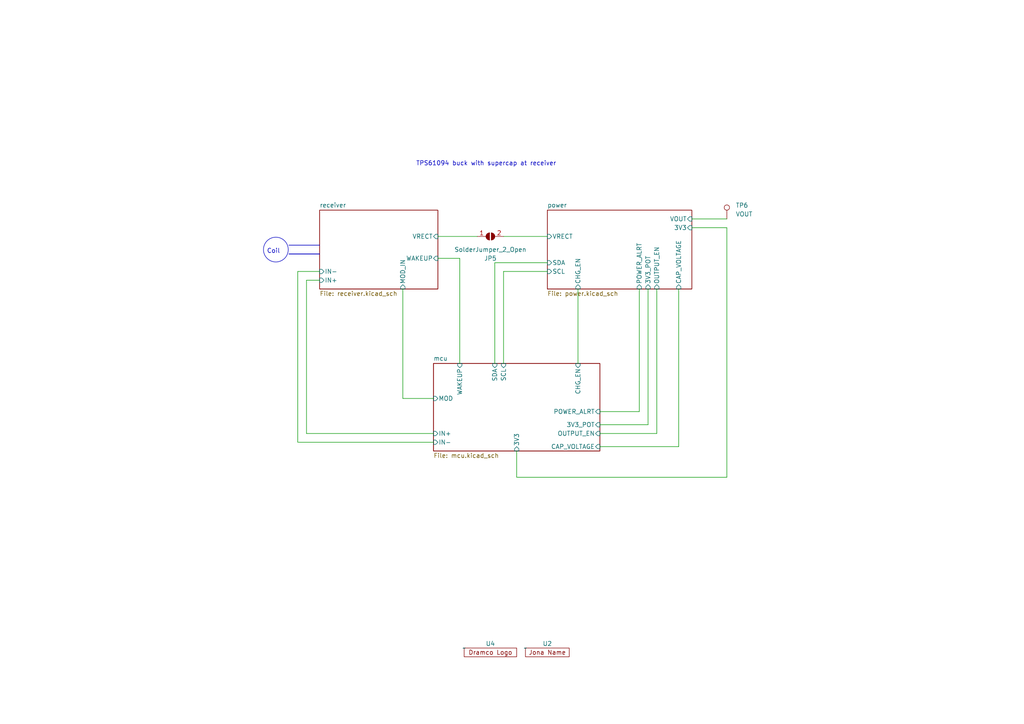
<source format=kicad_sch>
(kicad_sch (version 20231120) (generator "eeschema") (generator_version "8.0")
  (paper "A4")
  (lib_symbols
    (symbol "Connector:TestPoint" (pin_numbers hide) (pin_names (offset 0.762) hide)
      (property "Reference" "TP" (at 0 6.858 0))
      (property "Value" "TestPoint" (at 0 5.08 0))
      (symbol "TestPoint_0_1"
        (circle (center 0 3.302) (radius 0.762))
      )
      (symbol "TestPoint_1_1"
        (pin passive line (at 0 0 90) (length 2.54) (name "1") (number "1"))
      )
    )
    (symbol "Jumper:SolderJumper_2_Open" (pin_names (offset 0) hide)
      (property "Reference" "JP" (at 0 2.032 0))
      (property "Value" "SolderJumper_2_Open" (at 0 -2.54 0))
      (symbol "SolderJumper_2_Open_0_1"
        (arc (start -0.254 1.016) (mid -1.2656 0) (end -0.254 -1.016))
        (arc (start -0.254 1.016) (mid -1.2656 0) (end -0.254 -1.016) (fill (type outline)))
        (polyline (pts (xy -0.254 1.016) (xy -0.254 -1.016)))
        (polyline (pts (xy 0.254 1.016) (xy 0.254 -1.016)))
        (arc (start 0.254 -1.016) (mid 1.2656 0) (end 0.254 1.016))
        (arc (start 0.254 -1.016) (mid 1.2656 0) (end 0.254 1.016) (fill (type outline)))
      )
      (symbol "SolderJumper_2_Open_1_1"
        (pin passive line (at -3.81 0 0) (length 2.54) (name "A") (number "1"))
        (pin passive line (at 3.81 0 180) (length 2.54) (name "B") (number "2"))
      )
    )
    (symbol "dramco_library:Dramco_Logo"
      (property "Reference" "U" (at 0 0 0))
      (symbol "Dramco_Logo_0_1"
        (rectangle (start 0 0) (end 15.24 -2.54))
      )
      (symbol "Dramco_Logo_1_1"
        (text "Dramco Logo" (at 7.62 -1.27 0) (effects (font (size 1.27 1.27))))
      )
    )
    (symbol "dramco_library:Name"
      (property "Reference" "U" (at 0 0 0))
      (symbol "Name_0_1"
        (rectangle (start 0 0) (end 12.7 -2.54))
      )
      (symbol "Name_1_1"
        (text "Jona Name" (at 6.35 -1.27 0) (effects (font (size 1.27 1.27))))
      )
    )
  )
  (wire (pts (xy 190.5 125.73) (xy 173.99 125.73)))
  (wire (pts (xy 187.96 123.19) (xy 173.99 123.19)))
  (wire (pts (xy 127 74.93) (xy 133.35 74.93)))
  (polyline (pts (xy 92.71 73.66) (xy 83.82 73.66)))
  (wire (pts (xy 88.9 125.73) (xy 125.73 125.73)))
  (wire (pts (xy 173.99 119.38) (xy 185.42 119.38)))
  (wire (pts (xy 86.36 128.27) (xy 86.36 78.74)))
  (wire (pts (xy 125.73 115.57) (xy 116.84 115.57)))
  (wire (pts (xy 167.64 83.82) (xy 167.64 105.41)))
  (wire (pts (xy 127 68.58) (xy 138.43 68.58)))
  (wire (pts (xy 125.73 128.27) (xy 86.36 128.27)))
  (wire (pts (xy 196.85 83.82) (xy 196.85 129.54)))
  (wire (pts (xy 200.66 63.5) (xy 210.82 63.5)))
  (wire (pts (xy 149.86 138.43) (xy 149.86 130.81)))
  (wire (pts (xy 143.51 105.41) (xy 143.51 76.2)))
  (wire (pts (xy 143.51 76.2) (xy 158.75 76.2)))
  (wire (pts (xy 146.05 78.74) (xy 146.05 105.41)))
  (polyline (pts (xy 92.71 71.12) (xy 83.82 71.12)))
  (wire (pts (xy 116.84 115.57) (xy 116.84 83.82)))
  (wire (pts (xy 92.71 81.28) (xy 88.9 81.28)))
  (wire (pts (xy 196.85 129.54) (xy 173.99 129.54)))
  (wire (pts (xy 210.82 138.43) (xy 149.86 138.43)))
  (wire (pts (xy 187.96 83.82) (xy 187.96 123.19)))
  (wire (pts (xy 158.75 78.74) (xy 146.05 78.74)))
  (polyline (pts (xy 92.71 71.12) (xy 83.82 71.12)))
  (wire (pts (xy 185.42 119.38) (xy 185.42 83.82)))
  (wire (pts (xy 86.36 78.74) (xy 92.71 78.74)))
  (wire (pts (xy 210.82 66.04) (xy 210.82 138.43)))
  (polyline (pts (xy 92.71 73.66) (xy 83.82 73.66)))
  (wire (pts (xy 133.35 74.93) (xy 133.35 105.41)))
  (wire (pts (xy 146.05 68.58) (xy 158.75 68.58)))
  (wire (pts (xy 200.66 66.04) (xy 210.82 66.04)))
  (wire (pts (xy 190.5 83.82) (xy 190.5 125.73)))
  (wire (pts (xy 88.9 81.28) (xy 88.9 125.73)))
  (circle (center 80.01 72.39) (radius 3.5921))
  (text "Coil" (at 81.28 73.66 0) (effects (font (size 1.27 1.27)) (justify right bottom)))
  (text "TPS61094 buck with supercap at receiver" (at 120.65 48.26 0) (effects (font (size 1.27 1.27)) (justify left bottom)))
  (symbol (lib_id "Connector:TestPoint") (at 210.82 63.5 0) (unit 1)
    (property "Reference" "TP6" (at 213.36 59.563 0) (effects (justify left)))
    (property "Value" "VOUT" (at 213.36 62.103 0) (effects (justify left)))
    (property "Footprint" "TestPoint:TestPoint_THTPad_2.5x2.5mm_Drill1.2mm" (effects (hide yes)))
  )
  (symbol (lib_id "Jumper:SolderJumper_2_Open") (at 142.24 68.58 0) (unit 1)
    (property "Reference" "JP5" (at 142.24 74.93 0))
    (property "Value" "SolderJumper_2_Open" (at 142.24 72.39 0))
    (property "Footprint" "Jumper:SolderJumper-2_P1.3mm_Open_RoundedPad1.0x1.5mm" (effects (hide yes)))
  )
  (symbol (lib_id "dramco_library:Dramco_Logo") (at 134.62 187.96 0) (unit 1)
    (property "Reference" "U4" (at 142.24 186.69 0))
    (property "Value" "~" (at 134.62 187.96 0))
    (property "Footprint" "libraries:dramco_logo_small" (effects (hide yes)))
  )
  (symbol (lib_id "dramco_library:Name") (at 152.4 187.96 0) (unit 1)
    (property "Reference" "U2" (at 158.75 186.69 0))
    (property "Value" "~" (at 152.4 187.96 0))
    (property "Footprint" "libraries:Jona Name" (effects (hide yes)))
  )
  (sheet (at 158.75 60.96) (size 41.91 22.86) (stroke (width 0.1524))
    (property "Sheetname" "power" (at 158.75 60.2484 0) (effects (justify left bottom)))
    (property "Sheetfile" "power.kicad_sch" (at 158.75 84.4046 0) (effects (justify left top)))
    (pin "3V3" input (at 200.66 66.04 0))
    (pin "VRECT" input (at 158.75 68.58 180))
    (pin "CHG_EN" input (at 167.64 83.82 270))
    (pin "SDA" input (at 158.75 76.2 180))
    (pin "SCL" input (at 158.75 78.74 180))
    (pin "POWER_ALRT" input (at 185.42 83.82 270))
    (pin "VOUT" input (at 200.66 63.5 0))
    (pin "3V3_POT" input (at 187.96 83.82 270))
    (pin "OUTPUT_EN" input (at 190.5 83.82 270))
    (pin "CAP_VOLTAGE" input (at 196.85 83.82 270))
  )
  (sheet (at 125.73 105.41) (size 48.26 25.4) (stroke (width 0.1524))
    (property "Sheetname" "mcu" (at 125.73 104.6984 0) (effects (justify left bottom)))
    (property "Sheetfile" "mcu.kicad_sch" (at 125.73 131.3946 0) (effects (justify left top)))
    (pin "MOD" input (at 125.73 115.57 180))
    (pin "3V3" input (at 149.86 130.81 270))
    (pin "WAKEUP" input (at 133.35 105.41 90))
    (pin "CHG_EN" input (at 167.64 105.41 90))
    (pin "SCL" input (at 146.05 105.41 90))
    (pin "SDA" input (at 143.51 105.41 90))
    (pin "POWER_ALRT" input (at 173.99 119.38 0))
    (pin "OUTPUT_EN" input (at 173.99 125.73 0))
    (pin "3V3_POT" input (at 173.99 123.19 0))
    (pin "IN+" input (at 125.73 125.73 180))
    (pin "IN-" input (at 125.73 128.27 180))
    (pin "CAP_VOLTAGE" input (at 173.99 129.54 0))
  )
  (sheet (at 92.71 60.96) (size 34.29 22.86) (stroke (width 0.1524))
    (property "Sheetname" "receiver" (at 92.71 60.2484 0) (effects (justify left bottom)))
    (property "Sheetfile" "receiver.kicad_sch" (at 92.71 84.4046 0) (effects (justify left top)))
    (pin "VRECT" input (at 127 68.58 0))
    (pin "MOD_IN" input (at 116.84 83.82 270))
    (pin "WAKEUP" input (at 127 74.93 0))
    (pin "IN-" input (at 92.71 78.74 180))
    (pin "IN+" input (at 92.71 81.28 180))
  )
)
</source>
